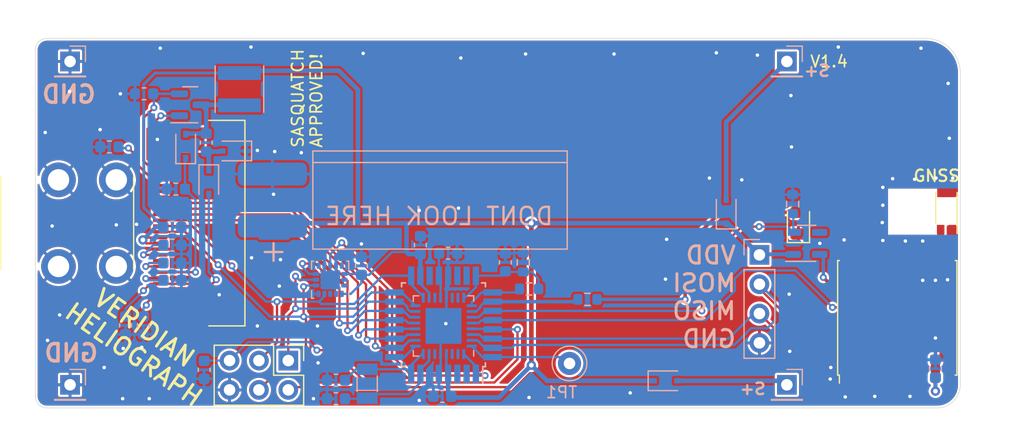
<source format=kicad_pcb>
(kicad_pcb (version 20211014) (generator pcbnew)
  (layers (0 "F.Cu" signal) (31 "B.Cu" signal) (34 "B.Paste" user) (35 "F.Paste" user) (36 "B.SilkS" user "B.Silkscreen") (37 "F.SilkS" user "F.Silkscreen") (38 "B.Mask" user) (39 "F.Mask" user) (44 "Edge.Cuts" user))
  (net 0 "")
  (net 1 "GND")
  (net 2 "Net-(C5-Pad2)")
  (net 3 "GPS_EXINT")
  (net 4 "DISP_CS")
  (net 5 "GPS_UART_MOSI")
  (net 6 "GPS_UART_MISO")
  (net 7 "Net-(D2-Pad2)")
  (net 8 "LED")
  (net 9 "/GPS_RF")
  (net 10 "VBAT")
  (net 19 "RESET")
  (net 26 "SPI_MOSI")
  (net 27 "SPI_CLK")
  (net 28 "SPI_MISO")
  (net 29 "LIS_INT")
  (net 30 "LIS_CS")
  (net 31 "Net-(D1-Pad2)")
  (net 32 "Net-(D3-Pad2)")
  (net 33 "/VCOM")
  (net 34 "/VSL")
  (net 35 "/VSH1")
  (net 36 "/VGL")
  (net 37 "Net-(C22-Pad1)")
  (net 38 "Net-(C22-Pad2)")
  (net 39 "/VGH")
  (net 44 "DISP_BUSY")
  (net 45 "DISP_RES#")
  (net 46 "DISP_DC")
  (net 48 "Net-(C16-Pad1)")
  (net 49 "/VSH2")
  (net 50 "/GDR")
  (net 51 "/RESE")
  (net 57 "TP")
  (net 62 "GPS_EN")
  (net 63 "XTAL2")
  (net 64 "XTAL1")
  (net 65 "AREF")
  (net 67 "NTC_SENSE")
  (net 68 "NTC_EN")
  (net 71 "unconnected-(U3-Pad9)")
  (footprint "Diode_SMD:D_0805_2012Metric" (layer "F.Cu") (at 116 66 90)
    (fp_text reference "D2" hide)
    (fp_text value "LED")
  )
  (footprint "Heliograph:M4_RA_7792" (layer "F.Cu") (at 52 66 -90)
    (fp_text reference "J7" hide)
    (fp_text value "Screw_Terminal_01x01")
  )
  (footprint "Capacitor_SMD:C_0402_1005Metric" (layer "F.Cu") (at 128.6 67.75 180)
    (fp_text reference "C1" hide)
    (fp_text value "3.3pF")
  )
  (footprint "RF_GPS:ublox_MAX" (layer "F.Cu") (at 124.55 74.2 90)
    (fp_text reference "U2" hide)
    (fp_text value "MAX-M10Q")
  )
  (footprint "RF_Antenna:Pulse_W3011" (layer "F.Cu") (at 128.8 64.95 180)
    (fp_text reference "AE1" hide)
    (fp_text value "Antenna_Shield")
  )
  (footprint "Heliograph:ER-CON24HT-1" (layer "F.Cu") (at 62 66 -90)
    (fp_text reference "J1" hide)
    (fp_text value "Conn_01x24_Female")
  )
  (footprint "Connector_PinHeader_2.54mm:PinHeader_2x03_P2.54mm_Vertical" (layer "F.Cu") (at 71.875 77.9 -90)
    (fp_text reference "J4" hide)
    (fp_text value "AVR-ISP-6")
  )
  (footprint "Resistor_SMD:R_0603_1608Metric" (layer "B.Cu") (at 59.4 54.8)
    (fp_text reference "R3" hide)
    (fp_text value "2.2")
  )
  (footprint "Capacitor_SMD:C_0603_1608Metric" (layer "B.Cu") (at 127.85 78.6 -90)
    (fp_text reference "C5" hide)
    (fp_text value "1uF")
  )
  (footprint "Capacitor_SMD:C_0603_1608Metric" (layer "B.Cu") (at 56.4 59.4 180)
    (fp_text reference "C9" hide)
    (fp_text value "1uF")
  )
  (footprint "Capacitor_SMD:C_0603_1608Metric" (layer "B.Cu") (at 62.15 63.05 180)
    (fp_text reference "C20" hide)
    (fp_text value "1uF")
  )
  (footprint "Capacitor_SMD:C_0603_1608Metric" (layer "B.Cu") (at 78.2 69.7 -90)
    (fp_text reference "C26" hide)
    (fp_text value "1uF")
  )
  (footprint "Package_LGA:LGA-16_3x3mm_P0.5mm_LayoutBorder3x5y" (layer "B.Cu") (at 75.5 70.9 90)
    (fp_text reference "U6" hide)
    (fp_text value "LIS3DH" hide)
  )
  (footprint "Resistor_SMD:R_0603_1608Metric" (layer "B.Cu") (at 115.5 64.35 -90)
    (fp_text reference "R7" hide)
    (fp_text value "1M")
  )
  (footprint "Resistor_SMD:R_0603_1608Metric" (layer "B.Cu") (at 92.7 71.7)
    (fp_text reference "TH1" hide)
    (fp_text value "Thermistor_NTC")
  )
  (footprint "Capacitor_SMD:C_0603_1608Metric" (layer "B.Cu") (at 76 81.2 180)
    (fp_text reference "C10" hide)
    (fp_text value "11pF")
  )
  (footprint "Connector_PinHeader_2.54mm:PinHeader_1x01_P2.54mm_Vertical" (layer "B.Cu") (at 53 80 180)
    (fp_text reference "J2" hide)
    (fp_text value "GND")
  )
  (footprint "Package_DFN_QFN:QFN-32-1EP_5x5mm_P0.5mm_EP3.1x3.1mm" (layer "B.Cu") (at 85.3 74.9 90)
    (fp_text reference "U3" hide)
    (fp_text value "ATmega328PB-M")
  )
  (footprint "Package_QFP:TQFP-32_7x7mm_P0.8mm" (layer "B.Cu") (at 85.3 74.8 90)
    (fp_text reference "U4" hide)
    (fp_text value "ATmega328PB-A")
  )
  (footprint "Capacitor_SMD:C_0603_1608Metric" (layer "B.Cu") (at 85.2 81 180)
    (fp_text reference "C14" hide)
    (fp_text value "1uF")
  )
  (footprint "Capacitor_SMD:C_0603_1608Metric" (layer "B.Cu") (at 57.8 74.85 90)
    (fp_text reference "C21" hide)
    (fp_text value "1uF")
  )
  (footprint "Connector_PinHeader_2.54mm:PinHeader_1x01_P2.54mm_Vertical" (layer "B.Cu") (at 53 52 180)
    (fp_text reference "J3" hide)
    (fp_text value "GND")
  )
  (footprint "Capacitor_SMD:C_0603_1608Metric" (layer "B.Cu") (at 83.3 67.9 90)
    (fp_text reference "C17" hide)
    (fp_text value "1uF")
  )
  (footprint "Capacitor_SMD:C_0603_1608Metric" (layer "B.Cu") (at 61.85 70.95)
    (fp_text reference "C3" hide)
    (fp_text value "1uF")
  )
  (footprint "Capacitor_SMD:C_0603_1608Metric" (layer "B.Cu") (at 64.78 59.025 -90)
    (fp_text reference "C22" hide)
    (fp_text value "1uF")
  )
  (footprint "Diode_SMD:D_SOD-323" (layer "B.Cu") (at 104.5 79.65)
    (fp_text reference "D1" hide)
    (fp_text value "B0530WS-TP")
  )
  (footprint "Heliograph:TPLC3R8-25MR8X20" (layer "B.Cu") (at 74 64)
    (fp_text reference "C8" hide)
    (fp_text value "25F")
  )
  (footprint "Capacitor_SMD:C_0603_1608Metric" (layer "B.Cu") (at 85.7 68.6)
    (fp_text reference "C19" hide)
    (fp_text value "1nF")
  )
  (footprint "Capacitor_SMD:C_0603_1608Metric" (layer "B.Cu") (at 59.35 74.85 -90)
    (fp_text reference "C2" hide)
    (fp_text value "1uF")
  )
  (footprint "Diode_SMD:D_SOD-323" (layer "B.Cu") (at 65 62.45 -90)
    (fp_text reference "D5" hide)
    (fp_text value "B0530WS-TP")
  )
  (footprint "Package_TO_SOT_SMD:SOT-23-5" (layer "B.Cu") (at 116.7 67.75)
    (fp_text reference "U1" hide)
    (fp_text value "MAX40200AUK")
  )
  (footprint "Capacitor_SMD:C_0603_1608Metric" (layer "B.Cu") (at 61.85 67.9)
    (fp_text reference "C16" hide)
    (fp_text value "1uF")
  )
  (footprint "Diode_SMD:D_SOD-323" (layer "B.Cu") (at 109.75 65 90)
    (fp_text reference "D3" hide)
    (fp_text value "B0530WS-TP")
  )
  (footprint "Diode_SMD:D_SOD-323" (layer "B.Cu") (at 63 59.35 90)
    (fp_text reference "D4" hide)
    (fp_text value "B0530WS-TP")
  )
  (footprint "Capacitor_SMD:C_0603_1608Metric" (layer "B.Cu") (at 90.65 69.4 90)
    (fp_text reference "C7" hide)
    (fp_text value "1nF")
  )
  (footprint "Capacitor_SMD:C_0603_1608Metric" (layer "B.Cu") (at 64.6 78.7 90)
    (fp_text reference "C18" hide)
    (fp_text value "1uF")
  )
  (footprint "Capacitor_SMD:C_0603_1608Metric" (layer "B.Cu") (at 61.85 69.45)
    (fp_text reference "C6" hide)
    (fp_text value "1uF")
  )
  (footprint "Connector_PinHeader_2.54mm:PinHeader_1x01_P2.54mm_Vertical" (layer "B.Cu") (at 115 52 180)
    (fp_text reference "J6" hide)
    (fp_text value "Solar1+")
  )
  (footprint "Resistor_SMD:R_0603_1608Metric" (layer "B.Cu") (at 97.75 72.6 180)
    (fp_text reference "R2" hide)
    (fp_text value "100")
  )
  (footprint "Capacitor_SMD:C_0603_1608Metric" (layer "B.Cu") (at 76 79.6 180)
    (fp_text reference "C4" hide)
    (fp_text value "11pF")
  )
  (footprint "Connector_PinHeader_2.54mm:PinHeader_1x01_P2.54mm_Vertical" (layer "B.Cu") (at 115 80 180)
    (fp_text reference "J5" hide)
    (fp_text value "Solar2+")
  )
  (footprint "Connector_PinSocket_2.54mm:PinSocket_1x04_P2.54mm_Vertical" (layer "B.Cu") (at 112.625 68.75 180)
    (fp_text reference "J8" hide)
    (fp_text value "Conn_01x04_Male")
  )
  (footprint "Diode_SMD:D_SOD-323" (layer "B.Cu") (at 67.2 59.75 180)
    (fp_text reference "D6" hide)
    (fp_text value "B0530WS-TP")
  )
  (footprint "Inductor_SMD:L_Taiyo-Yuden_NR-40xx" (layer "B.Cu") (at 67.65 54.4 -90)
    (fp_text reference "L1" hide)
    (fp_text value "47uH")
  )
  (footprint "Resistor_SMD:R_0603_1608Metric" (layer "B.Cu") (at 92.2 69.4 -90)
    (fp_text reference "R1" hide)
    (fp_text value "10k")
  )
  (footprint "Package_TO_SOT_SMD:SOT-23" (layer "B.Cu") (at 63.4 55.75)
    (fp_text reference "Q1" hide)
    (fp_text value "Q_NMOS_GSD")
  )
  (footprint "Crystal:Crystal_SMD_3215-2Pin_3.2x1.5mm" (layer "B.Cu") (at 78.7 79.9 -90)
    (fp_text reference "Y1" hide)
    (fp_text value "32.768")
  )
  (footprint "Capacitor_SMD:C_0603_1608Metric" (layer "B.Cu") (at 61.85 66.35 180)
    (fp_text reference "C15" hide)
    (fp_text value "1uF")
  )
  (footprint "TestPoint:TestPoint_Loop_D2.50mm_Drill1.0mm_LowProfile" (layer "B.Cu") (at 96.2 78.15 180)
    (fp_text reference "TP1")
    (fp_text value "TestPoint")
  )
  (gr_arc (start 127 50) (mid 129.12132 50.87868) (end 130 53) (layer "Edge.Cuts") (width 0.05))
  (gr_line (start 130 53) (end 130 80) (layer "Edge.Cuts") (width 0.05))
  (gr_arc (start 50 51) (mid 50.292894 50.292894) (end 51 50) (layer "Edge.Cuts") (width 0.05))
  (gr_line (start 128 82) (end 51 82) (layer "Edge.Cuts") (width 0.05))
  (gr_arc (start 51 82) (mid 50.292894 81.707106) (end 50 81) (layer "Edge.Cuts") (width 0.05))
  (gr_arc (start 130 80) (mid 129.414214 81.414214) (end 128 82) (layer "Edge.Cuts") (width 0.05))
  (gr_line (start 50 51) (end 50 81) (layer "Edge.Cuts") (width 0.05))
  (gr_line (start 51 50) (end 127 50) (layer "Edge.Cuts") (width 0.05))
  (gr_text "GND" (at 53.1 77.25) (layer "B.SilkS") (effects (font (size 1.5 1.5) (thickness 0.3)) (justify mirror)))
  (gr_text "S+" (at 117.6 52.8) (layer "B.SilkS") (effects (font (size 1 1) (thickness 0.2)) (justify mirror)))
  (gr_text "S+" (at 112.05 80.35) (layer "B.SilkS") (effects (font (size 1 1) (thickness 0.2)) (justify mirror)))
  (gr_text "GND" (at 52.9 54.85) (layer "B.SilkS") (effects (font (size 1.5 1.5) (thickness 0.3)) (justify mirror)))
  (gr_text "DONT LOOK HERE " (at 84.35 65.4) (layer "B.SilkS") (effects (font (size 1.5 1.5) (thickness 0.2)) (justify mirror)))
  (gr_text "VDD\nMOSI\nMISO\nGND" (at 110.725 72.4) (layer "B.SilkS") (effects (font (size 1.5 1.5) (thickness 0.25)) (justify left mirror)))
  (gr_text "V1.4" (at 118.65 52) (layer "F.SilkS") (effects (font (size 1 1))))
  (gr_text "VERIDIAN \nHELIOGRAPH" (at 59.2 76.4 325) (layer "F.SilkS") (effects (font (size 1.5 1.5) (thickness 0.25))))
  (gr_text "SASQUATCH \nAPPROVED!" (at 73.5 59.55 90) (layer "F.SilkS") (effects (font (size 1 1)) (justify left)))
  (gr_text "GNSS" (at 127.95 61.9) (layer "F.SilkS") (effects (font (size 1 1) (thickness 0.18))))
  (via (at 55.95 78.5) (size 0.6) (drill 0.3) (layers "F.Cu" "B.Cu") (net 1))
  (via (at 117.85 67.75) (size 0.6) (drill 0.3) (layers "F.Cu" "B.Cu") (net 1))
  (via (at 123.3 64.45) (size 0.6) (drill 0.3) (layers "F.Cu" "B.Cu") (net 1))
  (via (at 128.95 53.9) (size 0.6) (drill 0.3) (layers "F.Cu" "B.Cu") (net 1))
  (via (at 70.6 63.5) (size 0.6) (drill 0.3) (layers "F.Cu" "B.Cu") (net 1))
  (via (at 119.95 67.45) (size 0.6) (drill 0.3) (layers "F.Cu" "B.Cu") (net 1))
  (via (at 112.45 51.45) (size 0.6) (drill 0.3) (layers "F.Cu" "B.Cu") (net 1))
  (via (at 68.65 50.75) (size 0.6) (drill 0.3) (layers "F.Cu" "B.Cu") (net 1))
  (via (at 73 59.9) (size 0.6) (drill 0.3) (layers "F.Cu" "B.Cu") (net 1))
  (via (at 127.85 75.95) (size 0.6) (drill 0.3) (layers "F.Cu" "B.Cu") (net 1))
  (via (at 115.35 54.95) (size 0.6) (drill 0.3) (layers "F.Cu" "B.Cu") (net 1))
  (via (at 86.6 64.7) (size 0.6) (drill 0.3) (layers "F.Cu" "B.Cu") (net 1))
  (via (at 92.4 51.35) (size 0.6) (drill 0.3) (layers "F.Cu" "B.Cu") (net 1))
  (via (at 126.05 62.2) (size 0.6) (drill 0.3) (layers "F.Cu" "B.Cu") (net 1))
  (via (at 111.1 62.25) (size 0.6) (drill 0.3) (layers "F.Cu" "B.Cu") (net 1))
  (via (at 83.2 64.9) (size 0.6) (drill 0.3) (layers "F.Cu" "B.Cu") (net 1))
  (via (at 69.2 74.9) (size 0.6) (drill 0.3) (layers "F.Cu" "B.Cu") (net 1))
  (via (at 74.05 81.2) (size 0.6) (drill 0.3) (layers "F.Cu" "B.Cu") (net 1))
  (via (at 118.75 79.5) (size 0.6) (drill 0.3) (layers "F.Cu" "B.Cu") (net 1))
  (via (at 119.45 50.75) (size 0.6) (drill 0.3) (layers "F.Cu" "B.Cu") (net 1))
  (via (at 59.2 76.75) (size 0.6) (drill 0.3) (layers "F.Cu" "B.Cu") (net 1))
  (via (at 85.5 74.7) (size 0.6) (drill 0.3) (layers "F.Cu" "B.Cu") (net 1))
  (via (at 92.7 81.1) (size 0.6) (drill 0.3) (layers "F.Cu" "B.Cu") (net 1))
  (via (at 126.75 70.95) (size 0.6) (drill 0.3) (layers "F.Cu" "B.Cu") (net 1))
  (via (at 52.95 54.6) (size 0.6) (drill 0.3) (layers "F.Cu" "B.Cu") (net 1))
  (via (at 125.25 67.55) (size 0.6) (drill 0.3) (layers "F.Cu" "B.Cu") (net 1))
  (via (at 51.05 76.15) (size 0.6) (drill 0.3) (layers "F.Cu" "B.Cu") (net 1))
  (via (at 122.6 81) (size 0.6) (drill 0.3) (layers "F.Cu" "B.Cu") (net 1))
  (via (at 60.55 58.75) (size 0.6) (drill 0.3) (layers "F.Cu" "B.Cu") (net 1))
  (via (at 104.6 67.4) (size 0.6) (drill 0.3) (layers "F.Cu" "B.Cu") (net 1))
  (via (at 59.85 81.2) (size 0.6) (drill 0.3) (layers "F.Cu" "B.Cu") (net 1))
  (via (at 128.9 70.9) (size 0.6) (drill 0.3) (layers "F.Cu" "B.Cu") (net 1))
  (via (at 127.85 70.95) (size 0.6) (drill 0.3) (layers "F.Cu" "B.Cu") (net 1))
  (via (at 74.45 78.1) (size 0.6) (drill 0.3) (layers "F.Cu" "B.Cu") (net 1))
  (via (at 125.65 81) (size 0.6) (drill 0.3) (layers "F.Cu" "B.Cu") (net 1))
  (via (at 57.35 54.8) (size 0.6) (drill 0.3) (layers "F.Cu" "B.Cu") (net 1))
  (via (at 57.55 81.2) (size 0.6) (drill 0.3) (layers "F.Cu" "B.Cu") (net 1))
  (via (at 100.05 51.35) (size 0.6) (drill 0.3) (layers "F.Cu" "B.Cu") (net 1))
  (via (at 83.2 81.35) (size 0.6) (drill 0.3) (layers "F.Cu" "B.Cu") (net 1))
  (via (at 55.6 57.9) (size 0.6) (drill 0.3) (layers "F.Cu" "B.Cu") (net 1))
  (via (at 126.75 67.55) (size 0.6) (drill 0.3) (layers "F.Cu" "B.Cu") (net 1))
  (via (at 123.3 62.9) (size 0.6) (drill 0.3) (layers "F.Cu" "B.Cu") (net 1))
  (via (at 51.45 66.25) (size 0.6) (drill 0.3) (layers "F.Cu" "B.Cu") (net 1))
  (via (at 126.6 50.85) (size 0.6) (drill 0.3) (layers "F.Cu" "B.Cu") (net 1))
  (via (at 74.4 74.9) (size 0.6) (drill 0.3) (layers "F.Cu" "B.Cu") (net 1))
  (via (at 115.2 72.15) (size 0.6) (drill 0.3) (layers "F.Cu" "B.Cu") (net 1))
  (via (at 71.2 69.1595) (size 0.6) (drill 0.3) (layers "F.Cu" "B.Cu") (net 1))
  (via (at 50.85 58.15) (size 0.6) (drill 0.3) (layers "F.Cu" "B.Cu") (net 1))
  (via (at 58.75 66.1) (size 0.6) (drill 0.3) (layers "F.Cu" "B.Cu") (net 1))
  (via (at 78.35 51.3) (size 0.6) (drill 0.3) (layers "F.Cu" "B.Cu") (net 1))
  (via (at 68.7 69) (size 0.6) (drill 0.3) (layers "F.Cu" "B.Cu") (net 1))
  (via (at 65.9 72.2) (size 0.6) (drill 0.3) (layers "F.Cu" "B.Cu") (net 1))
  (via (at 115.25 77.1) (size 0.6) (drill 0.3) (layers "F.Cu" "B.Cu") (net 1))
  (via (at 86.8 51.7) (size 0.6) (drill 0.3) (layers "F.Cu" "B.Cu") (net 1))
  (via (at 108.9 51.25) (size 0.6) (drill 0.3) (layers "F.Cu" "B.Cu") (net 1))
  (via (at 123.3 67.5) (size 0.6) (drill 0.3) (layers "F.Cu" "B.Cu") (net 1))
  (via (at 57 66.15) (size 0.6) (drill 0.3) (layers "F.Cu" "B.Cu") (net 1))
  (via (at 118.8 78.5) (size 0.6) (drill 0.3) (layers "F.Cu" "B.Cu") (net 1))
  (via (at 57.6 76.85) (size 0.6) (drill 0.3) (layers "F.Cu" "B.Cu") (net 1))
  (via (at 129.35 62.1) (size 0.6) (drill 0.3) (layers "F.Cu" "B.Cu") (net 1))
  (via (at 69.2 59.7) (size 0.6) (drill 0.3) (layers "F.Cu" "B.Cu") (net 1))
  (via (at 115.4 59.4) (size 0.6) (drill 0.3) (layers "F.Cu" "B.Cu") (net 1))
  (via (at 129.05 58.65) (size 0.6) (drill 0.3) (layers "F.Cu" "B.Cu") (net 1))
  (via (at 127.9 62.1) (size 0.6) (drill 0.3) (layers "F.Cu" "B.Cu") (net 1))
  (via (at 124.15 62.15) (size 0.6) (drill 0.3) (layers "F.Cu" "B.Cu") (net 1))
  (via (at 104.5 70.85) (size 0.6) (drill 0.3) (layers "F.Cu" "B.Cu") (net 1))
  (via (at 52.1 73.95) (size 0.6) (drill 0.3) (layers "F.Cu" "B.Cu") (net 1))
  (via (at 71.1 71.45) (size 0.6) (drill 0.3) (layers "F.Cu" "B.Cu") (net 1))
  (via (at 60.8 50.85) (size 0.6) (drill 0.3) (layers "F.Cu" "B.Cu") (net 1))
  (via (at 123.25 65.95) (size 0.6) (drill 0.3) (layers "F.Cu" "B.Cu") (net 1))
  (via (at 78.2 67.8) (size 0.6) (drill 0.3) (layers "F.Cu" "B.Cu") (net 1))
  (via (at 120.05 81.05) (size 0.6) (drill 0.3) (layers "F.Cu" "B.Cu") (net 1))
  (via (at 101.45 80.7) (size 0.6) (drill 0.3) (layers "F.Cu" "B.Cu") (net 1))
  (via (at 108.3 62.1) (size 0.6) (drill 0.3) (layers "F.Cu" "B.Cu") (net 1))
  (via (at 70.7 59.8) (size 0.6) (drill 0.3) (layers "F.Cu" "B.Cu") (net 1))
  (segment (start 85.05 77.3375) (end 85.05 75.15) (width 0.2) (layer "B.Cu") (net 1))
  (segment (start 85.05 78.9) (end 84.9 79.05) (width 0.2) (layer "B.Cu") (net 1))
  (segment (start 85.5 74.7) (end 85.3 74.9) (width 0.2) (layer "B.Cu") (net 1))
  (segment (start 85.05 75.15) (end 85.3 74.9) (width 0.2) (layer "B.Cu") (net 1))
  (segment (start 85.55 70.7) (end 85.7 70.55) (width 0.2) (layer "B.Cu") (net 1))
  (segment (start 85.55 74.65) (end 85.5 74.7) (width 0.2) (layer "B.Cu") (net 1))
  (segment (start 85.55 72.4625) (end 85.55 74.65) (width 0.2) (layer "B.Cu") (net 1))
  (segment (start 85.55 72.4625) (end 85.55 70.7) (width 0.2) (layer "B.Cu") (net 1))
  (segment (start 85.05 77.3375) (end 85.05 78.9) (width 0.2) (layer "B.Cu") (net 1))
  (segment (start 125.65 78.95) (end 125.65 74.9) (width 0.3) (layer "F.Cu") (net 2))
  (segment (start 126.8 79) (end 126.75 78.95) (width 0.35) (layer "F.Cu") (net 2))
  (segment (start 127.85 78.95) (end 127.85 77.1) (width 0.3) (layer "F.Cu") (net 2))
  (segment (start 127.85 77.1) (end 126.75 76) (width 0.3) (layer "F.Cu") (net 2))
  (segment (start 122.9 72.15) (end 125.65 74.9) (width 0.3) (layer "F.Cu") (net 2))
  (segment (start 126.75 76) (end 125.65 74.9) (width 0.3) (layer "F.Cu") (net 2))
  (segment (start 119.6 72.15) (end 122.9 72.15) (width 0.3) (layer "F.Cu") (net 2))
  (segment (start 126.75 78.95) (end 126.75 76) (width 0.3) (layer "F.Cu") (net 2))
  (segment (start 118.15 70.7) (end 119.6 72.15) (width 0.3) (layer "F.Cu") (net 2))
  (segment (start 127.85 80.55) (end 127.85 78.95) (width 0.35) (layer "F.Cu") (net 2))
  (via (at 118.15 70.7) (size 0.6) (drill 0.3) (layers "F.Cu" "B.Cu") (net 2))
  (via (at 127.85 80.55) (size 0.8) (drill 0.4) (layers "F.Cu" "B.Cu") (net 2))
  (segment (start 117.8375 68.7) (end 118.15 69.0125) (width 0.3) (layer "B.Cu") (net 2))
  (segment (start 118.15 69.0125) (end 118.15 70.7) (width 0.3) (layer "B.Cu") (net 2))
  (segment (start 127.85 80.55) (end 127.85 79.375) (width 0.35) (layer "B.Cu") (net 2))
  (segment (start 124.55 76.1) (end 121.75 73.3) (width 0.2) (layer "F.Cu") (net 3))
  (segment (start 124.55 78.95) (end 124.55 76.1) (width 0.2) (layer "F.Cu") (net 3))
  (segment (start 121.75 73.3) (end 118.95 73.3) (width 0.2) (layer "F.Cu") (net 3))
  (via (at 118.95 73.3) (size 0.6) (drill 0.3) (layers "F.Cu" "B.Cu") (net 3))
  (segment (start 107.945913 74.4) (end 110.5 71.845913) (width 0.2) (layer "B.Cu") (net 3))
  (segment (start 111.2 70.1) (end 115.75 70.1) (width 0.2) (layer "B.Cu") (net 3))
  (segment (start 89.55 74.4) (end 107.945913 74.4) (width 0.2) (layer "B.Cu") (net 3))
  (segment (start 88.35 74.65) (end 87.7375 74.65) (width 0.2) (layer "B.Cu") (net 3))
  (segment (start 88.6 74.4) (end 88.35 74.65) (width 0.2) (layer "B.Cu") (net 3))
  (segment (start 89.55 74.4) (end 88.6 74.4) (width 0.2) (layer "B.Cu") (net 3))
  (segment (start 115.75 70.1) (end 118.95 73.3) (width 0.2) (layer "B.Cu") (net 3))
  (segment (start 110.5 71.845913) (end 110.5 70.8) (width 0.2) (layer "B.Cu") (net 3))
  (segment (start 110.5 70.8) (end 111.2 70.1) (width 0.2) (layer "B.Cu") (net 3))
  (segment (start 71.75 65.75) (end 60.8 65.75) (width 0.2) (layer "F.Cu") (net 4))
  (segment (start 77 71) (end 71.75 65.75) (width 0.2) (layer "F.Cu") (net 4))
  (segment (start 77 75.3) (end 77 71) (width 0.2) (layer "F.Cu") (net 4))
  (via (at 77 75.3) (size 0.6) (drill 0.3) (layers "F.Cu" "B.Cu") (net 4))
  (segment (start 78.208438 74.4) (end 81.05 74.4) (width 0.2) (layer "B.Cu") (net 4))
  (segment (start 82.8625 74.65) (end 82.25 74.65) (width 0.2) (layer "B.Cu") (net 4))
  (segment (start 82 74.4) (end 81.05 74.4) (width 0.2) (layer "B.Cu") (net 4))
  (segment (start 77 75.3) (end 77.308438 75.3) (width 0.2) (layer "B.Cu") (net 4))
  (segment (start 77.308438 75.3) (end 78.208438 74.4) (width 0.2) (layer "B.Cu") (net 4))
  (segment (start 82.25 74.65) (end 82 74.4) (width 0.2) (layer "B.Cu") (net 4))
  (segment (start 112.625 71.29) (end 112.625 71.6575) (width 0.2) (layer "F.Cu") (net 5))
  (segment (start 115.7175 74.75) (end 120.1 74.75) (width 0.2) (layer "F.Cu") (net 5))
  (segment (start 120.1 74.75) (end 122.35 77) (width 0.2) (layer "F.Cu") (net 5))
  (segment (start 112.625 71.6575) (end 115.7175 74.75) (width 0.2) (layer "F.Cu") (net 5))
  (segment (start 122.35 77) (end 122.35 78.95) (width 0.2) (layer "F.Cu") (net 5))
  (segment (start 91.45 76.55) (end 110.45 76.55) (width 0.2) (layer "B.Cu") (net 5))
  (segment (start 114 72.665) (end 112.625 71.29) (width 0.2) (layer "B.Cu") (net 5))
  (segment (start 88.880405 76.8) (end 89.55 76.8) (width 0.2) (layer "B.Cu") (net 5))
  (segment (start 113.3 75.1) (end 114 74.4) (width 0.2) (layer "B.Cu") (net 5))
  (segment (start 110.45 76.55) (end 111.9 75.1) (width 0.2) (layer "B.Cu") (net 5))
  (segment (start 111.9 75.1) (end 113.3 75.1) (width 0.2) (layer "B.Cu") (net 5))
  (segment (start 114 74.4) (end 114 72.665) (width 0.2) (layer "B.Cu") (net 5))
  (segment (start 91.2 76.8) (end 91.45 76.55) (width 0.2) (layer "B.Cu") (net 5))
  (segment (start 89.55 76.8) (end 91.2 76.8) (width 0.2) (layer "B.Cu") (net 5))
  (segment (start 88.230405 76.15) (end 88.880405 76.8) (width 0.2) (layer "B.Cu") (net 5))
  (segment (start 87.7375 76.15) (end 88.230405 76.15) (width 0.2) (layer "B.Cu") (net 5))
  (segment (start 121.25 78.95) (end 121.25 77.9) (width 0.2) (layer "F.Cu") (net 6))
  (segment (start 114.445 75.65) (end 112.625 73.83) (width 0.2) (layer "F.Cu") (net 6))
  (segment (start 119 75.65) (end 114.445 75.65) (width 0.2) (layer "F.Cu") (net 6))
  (segment (start 121.25 77.9) (end 119 75.65) (width 0.2) (layer "F.Cu") (net 6))
  (segment (start 87.7375 75.65) (end 88.405978 75.65) (width 0.2) (layer "B.Cu") (net 6))
  (segment (start 89.55 76) (end 109.9775 76) (width 0.2) (layer "B.Cu") (net 6))
  (segment (start 88.405978 75.65) (end 88.755978 76) (width 0.2) (layer "B.Cu") (net 6))
  (segment (start 112.1475 73.83) (end 112.625 73.83) (width 0.2) (layer "B.Cu") (net 6))
  (segment (start 109.9775 76) (end 112.1475 73.83) (width 0.2) (layer "B.Cu") (net 6))
  (segment (start 88.755978 76) (end 89.55 76) (width 0.2) (layer "B.Cu") (net 6))
  (segment (start 109.2375 65.0625) (end 116 65.0625) (width 0.3) (layer "F.Cu") (net 7))
  (segment (start 106.2 68.1) (end 109.2375 65.0625) (width 0.3) (layer "F.Cu") (net 7))
  (segment (start 106.2 72.6) (end 106.2 68.1) (width 0.3) (layer "F.Cu") (net 7))
  (via (at 106.2 72.6) (size 0.6) (drill 0.3) (layers "F.Cu" "B.Cu") (net 7))
  (segment (start 98.575 72.6) (end 106.2 72.6) (width 0.3) (layer "B.Cu") (net 7))
  (segment (start 88.865489 72.8) (end 89.55 72.8) (width 0.2) (layer "B.Cu") (net 8))
  (segment (start 88.490489 73.289916) (end 88.490489 73.175) (width 0.2) (layer "B.Cu") (net 8))
  (segment (start 88.490489 73.175) (end 88.865489 72.8) (width 0.2) (layer "B.Cu") (net 8))
  (segment (start 88.130405 73.65) (end 88.490489 73.289916) (width 0.2) (layer "B.Cu") (net 8))
  (segment (start 87.7375 73.65) (end 88.130405 73.65) (width 0.2) (layer "B.Cu") (net 8))
  (segment (start 89.55 72.8) (end 96.725 72.8) (width 0.3) (layer "B.Cu") (net 8))
  (segment (start 96.725 72.8) (end 96.925 72.6) (width 0.3) (layer "B.Cu") (net 8))
  (segment (start 72.115 80.2) (end 91 80.2) (width 0.2) (layer "F.Cu") (net 10))
  (segment (start 59.6 67.75) (end 59.3 67.45) (width 0.2) (layer "F.Cu") (net 10))
  (segment (start 71.875 80.44) (end 72.115 80.2) (width 0.2) (layer "F.Cu") (net 10))
  (segment (start 60.8 67.75) (end 59.6 67.75) (width 0.2) (layer "F.Cu") (net 10))
  (segment (start 92.9 78.3) (end 92.9 66) (width 0.4) (layer "F.Cu") (net 10))
  (segment (start 91 80.2) (end 92.9 78.3) (width 0.2) (layer "F.Cu") (net 10))
  (segment (start 60.8 67.25) (end 59.5 67.25) (width 0.2) (layer "F.Cu") (net 10))
  (segment (start 59.5 67.25) (end 59.3 67.45) (width 0.2) (layer "F.Cu") (net 10))
  (via (at 92.9 66) (size 0.8) (drill 0.4) (layers "F.Cu" "B.Cu") (net 10))
  (via (at 59.3 67.45) (size 0.8) (drill 0.4) (layers "F.Cu" "B.Cu") (net 10))
  (via (at 92.9 78.3) (size 0.8) (drill 0.4) (layers "F.Cu" "B.Cu") (net 10))
  (segment (start 61.075 66.35) (end 59.37452 64.64952) (width 0.25) (layer "B.Cu") (net 10))
  (segment (start 82.1 66) (end 82.1 68.5) (width 0.4) (layer "B.Cu") (net 10))
  (segment (start 85.7 79.05) (end 85.55 78.9) (width 0.2) (layer "B.Cu") (net 10))
  (segment (start 90.1 81.1) (end 86.075 81.1) (width 0.4) (layer "B.Cu") (net 10))
  (segment (start 77.275 72.125) (end 78.2 71.2) (width 0.2) (layer "B.Cu") (net 10))
  (segment (start 92.9 78.3) (end 90.1 81.1) (width 0.4) (layer "B.Cu") (net 10))
  (segment (start 92.9 66) (end 109.875 66) (width 0.4) (layer "B.Cu") (net 10))
  (segment (start 61.075 66.35) (end 60.4 66.35) (width 0.35) (layer "B.Cu") (net 10))
  (segment (start 78.1 66) (end 82.1 66) (width 0.4) (layer "B.Cu") (net 10))
  (segment (start 67.85 52.8) (end 67.65 53) (width 0.4) (layer "B.Cu") (net 10))
  (segment (start 60.4 66.35) (end 59.3 67.45) (width 0.35) (layer "B.Cu") (net 10))
  (segment (start 85.7 79.05) (end 85.7 80.775) (width 0.4) (layer "B.Cu") (net 10))
  (segment (start 85.55 78.9) (end 85.55 77.2375) (width 0.2) (layer "B.Cu") (net 10))
  (segment (start 78.2 70.475) (end 78.875 70.475) (width 0.2) (layer "B.Cu") (net 10))
  (segment (start 60.35 53) (end 67.65 53) (width 0.25) (layer "B.Cu") (net 10))
  (segment (start 92.9 66) (end 90 66) (width 0.4) (layer "B.Cu") (net 10))
  (segment (start 83.3 70.55) (end 83.3 68.675) (width 0.4) (layer "B.Cu") (net 10))
  (segment (start 59.37452 53.97548) (end 60.35 53) (width 0.25) (layer "B.Cu") (net 10))
  (segment (start 59.37452 64.64952) (end 59.37452 53.97548) (width 0.25) (layer "B.Cu") (net 10))
  (segment (start 69.5 67.25) (end 71.8 67.25) (width 0.4) (layer "B.Cu") (net 10))
  (segment (start 82.275 68.675) (end 83.3 68.675) (width 0.4) (layer "B.Cu") (net 10))
  (segment (start 103.45 79.65) (end 94.25 79.65) (width 0.4) (layer "B.Cu") (net 10))
  (segment (start 76.725 70.4) (end 78.125 70.4) (width 0.2) (layer "B.Cu") (net 10))
  (segment (start 80.85 68.5) (end 82.1 68.5) (width 0.2) (layer "B.Cu") (net 10))
  (segment (start 109.875 66) (end 112.625 68.75) (width 0.4) (layer "B.Cu") (net 10))
  (segment (start 84.05 72.013027) (end 83.3 71.263027) (width 0.2) (layer "B.Cu") (net 10))
  (segment (start 73.05 66) (end 78.1 66) (width 0.4) (layer "B.Cu") (net 10))
  (segment (start 94.25 79.65) (end 92.9 78.3) (width 0.4) (layer "B.Cu") (net 10))
  (segment (start 76.25 52.8) (end 67.85 52.8) (width 0.4) (layer "B.Cu") (net 10))
  (segment (start 78.875 70.475) (end 80.85 68.5) (width 0.2) (layer "B.Cu") (net 10))
  (segment (start 78.125 70.4) (end 78.2 70.475) (width 0.2) (layer "B.Cu") (net 10))
  (segment (start 83.3 71.263027) (end 83.3 70.55) (width 0.2) (layer "B.Cu") (net 10))
  (segment (start 112.675 68.7) (end 112.625 68.75) (width 0.35) (layer "B.Cu") (net 10))
  (segment (start 77.9 54.45) (end 77.9 65.8) (width 0.4) (layer "B.Cu") (net 10))
  (segment (start 77.9 65.8) (end 78.1 66) (width 0.4) (layer "B.Cu") (net 10))
  (segment (start 76.5 72.125) (end 77.275 72.125) (width 0.2) (layer "B.Cu") (net 10))
  (segment (start 115.5625 68.7) (end 112.675 68.7) (width 0.35) (layer "B.Cu") (net 10))
  (segment (start 78.2 71.2) (end 78.2 70.475) (width 0.2) (layer "B.Cu") (net 10))
  (segment (start 82.1 68.5) (end 82.275 68.675) (width 0.4) (layer "B.Cu") (net 10))
  (segment (start 84.05 72.4625) (end 84.05 72.013027) (width 0.2) (layer "B.Cu") (net 10))
  (segment (start 82.1 66) (end 90 66) (width 0.4) (layer "B.Cu") (net 10))
  (segment (start 71.8 67.25) (end 73.05 66) (width 0.4) (layer "B.Cu") (net 10))
  (segment (start 77.9 54.45) (end 76.25 52.8) (width 0.4) (layer "B.Cu") (net 10))
  (segment (start 86.075 81.1) (end 85.975 81) (width 0.4) (layer "B.Cu") (net 10))
  (segment (start 75.75 77) (end 78.55 79.8) (width 0.2) (layer "F.Cu") (net 19))
  (segment (start 89.7 79.8) (end 91.7 77.8) (width 0.2) (layer "F.Cu") (net 19))
  (segment (start 91.7 77.8) (end 91.7 75.2) (width 0.2) (layer "F.Cu") (net 19))
  (segment (start 78.55 79.8) (end 89.7 79.8) (width 0.2) (layer "F.Cu") (net 19))
  (segment (start 74.35 77) (end 75.75 77) (width 0.2) (layer "F.Cu") (net 19))
  (via (at 91.7 75.2) (size 0.6) (drill 0.3) (layers "F.Cu" "B.Cu") (net 19))
  (via (at 74.35 77) (size 0.6) (drill 0.3) (layers "F.Cu" "B.Cu") (net 19))
  (segment (start 64.6 77.925) (end 64.625 77.9) (width 0.2) (layer "B.Cu") (net 19))
  (segment (start 68.395 76.3) (end 66.795 77.9) (width 0.2) (layer "B.Cu") (net 19))
  (segment (start 87.7375 75.15) (end 89.5 75.15) (width 0.2) (layer "B.Cu") (net 19))
  (segment (start 74.35 77) (end 73.65 76.3) (width 0.2) (layer "B.Cu") (net 19))
  (segment (start 89.55 75.2) (end 91.7 75.2) (width 0.2) (layer "B.Cu") (net 19))
  (segment (start 89.5 75.15) (end 89.55 75.2) (width 0.2) (layer "B.Cu") (net 19))
  (segment (start 73.65 76.3) (end 68.395 76.3) (width 0.2) (layer "B.Cu") (net 19))
  (segment (start 64.625 77.9) (end 66.795 77.9) (width 0.2) (layer "B.Cu") (net 19))
  (segment (start 62.95 66.75) (end 65.8 69.6) (width 0.2) (layer "F.Cu") (net 26))
  (segment (start 72.9 79.2) (end 73.4 78.7) (width 0.2) (layer "F.Cu") (net 26))
  (segment (start 70.575 79.2) (end 72.9 79.2) (width 0.2) (layer "F.Cu") (net 26))
  (segment (start 73.4 74.3) (end 73.2 74.1) (width 0.2) (layer "F.Cu") (net 26))
  (segment (start 73.4 78.7) (end 73.4 74.3) (width 0.2) (layer "F.Cu") (net 26))
  (segment (start 60.8 66.75) (end 62.95 66.75) (width 0.2) (layer "F.Cu") (net 26))
  (segment (start 73.2 74.1) (end 73.2 71.5) (width 0.2) (layer "F.Cu") (net 26))
  (segment (start 69.335 80.44) (end 70.575 79.2) (width 0.2) (layer "F.Cu") (net 26))
  (via (at 73.2 71.5) (size 0.6) (drill 0.3) (layers "F.Cu" "B.Cu") (net 26))
  (via (at 73.2 74.1) (size 0.6) (drill 0.3) (layers "F.Cu" "B.Cu") (net 26))
  (via (at 65.8 69.6) (size 0.6) (drill 0.3) (layers "F.Cu" "B.Cu") (net 26))
  (segment (start 81.719595 72.8) (end 81.05 72.8) (width 0.2) (layer "B.Cu") (net 26))
  (segment (start 73.2 74.1) (end 70.3 74.1) (width 0.2) (layer "B.Cu") (net 26))
  (segment (start 78.791574 72.8) (end 81.05 72.8) (width 0.2) (layer "B.Cu") (net 26))
  (segment (start 70.3 74.1) (end 65.8 69.6) (width 0.2) (layer "B.Cu") (net 26))
  (segment (start 82.16548 73.245885) (end 81.719595 72.8) (width 0.2) (layer "B.Cu") (net 26))
  (segment (start 82.409797 73.65) (end 82.16548 73.405683) (width 0.2) (layer "B.Cu") (net 26))
  (segment (start 74.275 71.4) (end 73.3 71.4) (width 0.2) (layer "B.Cu") (net 26))
  (segment (start 82.16548 73.405683) (end 82.16548 73.245885) (width 0.2) (layer "B.Cu") (net 26))
  (segment (start 77.491574 74.1) (end 78.791574 72.8) (width 0.2) (layer "B.Cu") (net 26))
  (segment (start 82.8625 73.65) (end 82.409797 73.65) (width 0.2) (layer "B.Cu") (net 26))
  (segment (start 73.3 71.4) (end 73.2 71.5) (width 0.2) (layer "B.Cu") (net 26))
  (segment (start 73.2 74.1) (end 77.491574 74.1) (width 0.2) (layer "B.Cu") (net 26))
  (segment (start 60.8 66.25) (end 63.55 66.25) (width 0.2) (layer "F.Cu") (net 27))
  (segment (start 63.55 66.25) (end 67 69.7) (width 0.2) (layer "F.Cu") (net 27))
  (segment (start 70.9 76.335) (end 70.9 72.8) (width 0.2) (layer "F.Cu") (net 27))
  (segment (start 69.335 77.9) (end 70.9 76.335) (width 0.2) (layer "F.Cu") (net 27))
  (via (at 70.9 72.8) (size 0.6) (drill 0.3) (layers "F.Cu" "B.Cu") (net 27))
  (via (at 67 69.7) (size 0.6) (drill 0.3) (layers "F.Cu" "B.Cu") (net 27))
  (segment (start 74.534191 72.8) (end 70.9 72.8) (width 0.2) (layer "B.Cu") (net 27))
  (segment (start 75 72.334191) (end 74.534191 72.8) (width 0.2) (layer "B.Cu") (net 27))
  (segment (start 82.5 70.55) (end 80.024723 70.55) (width 0.2) (layer "B.Cu") (net 27))
  (segment (start 69.95 72.8) (end 67 69.85) (width 0.2) (layer "B.Cu") (net 27))
  (segment (start 75 72.125) (end 75 72.334191) (width 0.2) (layer "B.Cu") (net 27))
  (segment (start 67 69.85) (end 67 69.7) (width 0.2) (layer "B.Cu") (net 27))
  (segment (start 80.024723 70.55) (end 77.574723 73) (width 0.2) (layer "B.Cu") (net 27))
  (segment (start 70.9 72.8) (end 69.95 72.8) (width 0.2) (layer "B.Cu") (net 27))
  (segment (start 83.55 72.3625) (end 82.5 71.3125) (width 0.2) (layer "B.Cu") (net 27))
  (segment (start 77.574723 73) (end 74.734191 73) (width 0.2) (layer "B.Cu") (net 27))
  (segment (start 74.734191 73) (end 74.534191 72.8) (width 0.2) (layer "B.Cu") (net 27))
  (segment (start 82.5 71.3125) (end 82.5 70.55) (width 0.2) (layer "B.Cu") (net 27))
  (segment (start 72.5 73.4) (end 71.875 74.025) (width 0.2) (layer "F.Cu") (net 28))
  (segment (start 71.875 74.025) (end 71.875 77.9) (width 0.2) (layer "F.Cu") (net 28))
  (segment (start 72.5 73.4) (end 72.5 70.6) (width 0.2) (layer "F.Cu") (net 28))
  (via (at 72.5 73.4) (size 0.6) (drill 0.3) (layers "F.Cu" "B.Cu") (net 28))
  (via (at 72.5 70.6) (size 0.6) (drill 0.3) (layers "F.Cu" "B.Cu") (net 28))
  (segment (start 79.083149 72) (end 77.683149 73.4) (width 0.2) (layer "B.Cu") (net 28))
  (segment (start 82.8625 73.15) (end 81.7125 72) (width 0.2) (layer "B.Cu") (net 28))
  (segment (start 74.275 70.9) (end 72.8 70.9) (width 0.2) (layer "B.Cu") (net 28))
  (segment (start 81.7125 72) (end 81.05 72) (width 0.2) (layer "B.Cu") (net 28))
  (segment (start 81.05 72) (end 79.083149 72) (width 0.2) (layer "B.Cu") (net 28))
  (segment (start 77.683149 73.4) (end 72.5 73.4) (width 0.2) (layer "B.Cu") (net 28))
  (segment (start 72.8 70.9) (end 72.5 70.6) (width 0.2) (layer "B.Cu") (net 28))
  (segment (start 82.55 79.2) (end 80.85 77.5) (width 0.2) (layer "F.Cu") (net 29))
  (segment (start 80.85 72.05) (end 76.5 67.7) (width 0.2) (layer "F.Cu") (net 29))
  (segment (start 88.9 79.2) (end 82.55 79.2) (width 0.2) (layer "F.Cu") (net 29))
  (segment (start 80.85 77.5) (end 80.85 72.05) (width 0.2) (layer "F.Cu") (net 29))
  (via (at 76.5 67.7) (size 0.6) (drill 0.3) (layers "F.Cu" "B.Cu") (net 29))
  (via (at 88.9 79.2) (size 0.6) (drill 0.3) (layers "F.Cu" "B.Cu") (net 29))
  (segment (start 87.05 77.3375) (end 88.1 78.3875) (width 0.2) (layer "B.Cu") (net 29))
  (segment (start 88.75 79.05) (end 88.9 79.2) (width 0.2) (layer "B.Cu") (net 29))
  (segment (start 75.5 69.675) (end 75.5 68.7) (width 0.2) (layer "B.Cu") (net 29))
  (segment (start 88.1 78.3875) (end 88.1 79.05) (width 0.2) (layer "B.Cu") (net 29))
  (segment (start 88.1 79.05) (end 88.75 79.05) (width 0.2) (layer "B.Cu") (net 29))
  (segment (start 75.5 68.7) (end 76.5 67.7) (width 0.2) (layer "B.Cu") (net 29))
  (segment (start 76.3 74.6595) (end 76.3 71.6) (width 0.2) (layer "F.Cu") (net 30))
  (segment (start 76.3 71.6) (end 74.2 69.5) (width 0.2) (layer "F.Cu") (net 30))
  (segment (start 74.2 69.5) (end 73.1 69.5) (width 0.2) (layer "F.Cu") (net 30))
  (via (at 73.1 69.5) (size 0.6) (drill 0.3) (layers "F.Cu" "B.Cu") (net 30))
  (via (at 76.3 74.6595) (size 0.6) (drill 0.3) (layers "F.Cu" "B.Cu") (net 30))
  (segment (start 73.1 69.5) (end 73.1 69.8) (width 0.2) (layer "B.Cu") (net 30))
  (segment (start 82.394022 74.15) (end 81.844022 73.6) (width 0.2) (layer "B.Cu") (net 30))
  (segment (start 73.7 70.4) (end 74.275 70.4) (width 0.2) (layer "B.Cu") (net 30))
  (segment (start 76.3 74.6595) (end 77.4405 74.6595) (width 0.2) (layer "B.Cu") (net 30))
  (segment (start 77.4405 74.6595) (end 78.5 73.6) (width 0.2) (layer "B.Cu") (net 30))
  (segment (start 78.5 73.6) (end 81.05 73.6) (width 0.2) (layer "B.Cu") (net 30))
  (segment (start 73.1 69.8) (end 73.7 70.4) (width 0.2) (layer "B.Cu") (net 30))
  (segment (start 82.8625 74.15) (end 82.394022 74.15) (width 0.2) (layer "B.Cu") (net 30))
  (segment (start 81.844022 73.6) (end 81.05 73.6) (width 0.2) (layer "B.Cu") (net 30))
  (segment (start 114.65 79.65) (end 115 80) (width 0.4) (layer "B.Cu") (net 31))
  (segment (start 105.55 79.65) (end 114.65 79.65) (width 0.4) (layer "B.Cu") (net 31))
  (segment (start 109.75 63.95) (end 109.75 57.25) (width 0.4) (layer "B.Cu") (net 32))
  (segment (start 109.75 57.25) (end 115 52) (width 0.4) (layer "B.Cu") (net 32))
  (segment (start 59.6 73.1) (end 59.6 72.95) (width 0.2) (layer "F.Cu") (net 33))
  (segment (start 59.6 72.95) (end 60.8 71.75) (width 0.2) (layer "F.Cu") (net 33))
  (via (at 59.6 73.1) (size 0.6) (drill 0.3) (layers "F.Cu" "B.Cu") (net 33))
  (segment (start 59.35 73.35) (end 59.35 74.075) (width 0.2) (layer "B.Cu") (net 33))
  (segment (start 59.6 73.1) (end 59.35 73.35) (width 0.2) (layer "B.Cu") (net 33))
  (segment (start 60.8 70.75) (end 59.6 70.75) (width 0.2) (layer "F.Cu") (net 34))
  (segment (start 59.6 70.75) (end 59.55 70.8) (width 0.2) (layer "F.Cu") (net 34))
  (via (at 59.55 70.8) (size 0.6) (drill 0.3) (layers "F.Cu" "B.Cu") (net 34))
  (segment (start 59.55 70.8) (end 59.7 70.95) (width 0.2) (layer "B.Cu") (net 34))
  (segment (start 59.7 70.95) (end 61.075 70.95) (width 0.2) (layer "B.Cu") (net 34))
  (segment (start 60.8 69.75) (end 59.55 69.75) (width 0.2) (layer "F.Cu") (net 35))
  (via (at 59.55 69.75) (size 0.6) (drill 0.3) (layers "F.Cu" "B.Cu") (net 35))
  (segment (start 59.85 69.45) (end 59.55 69.75) (width 0.2) (layer "B.Cu") (net 35))
  (segment (start 61.075 69.45) (end 59.85 69.45) (width 0.2) (layer "B.Cu") (net 35))
  (segment (start 65.3 71.25) (end 60.8 71.25) (width 0.2) (layer "F.Cu") (net 36))
  (segment (start 59.95 71.25) (end 60.8 71.25) (width 0.2) (layer "F.Cu") (net 36))
  (segment (start 65.65 70.9) (end 65.3 71.25) (width 0.2) (layer "F.Cu") (net 36))
  (segment (start 59.35 71.85) (end 59.95 71.25) (width 0.2) (layer "F.Cu") (net 36))
  (via (at 59.35 71.85) (size 0.6) (drill 0.3) (layers "F.Cu" "B.Cu") (net 36))
  (via (at 65.65 70.9) (size 0.6) (drill 0.3) (layers "F.Cu" "B.Cu") (net 36))
  (segment (start 65 70.25) (end 65 63.5) (width 0.2) (layer "B.Cu") (net 36))
  (segment (start 65.65 70.9) (end 65 70.25) (width 0.2) (layer "B.Cu") (net 36))
  (segment (start 57.8 73.4) (end 57.8 74.075) (width 0.2) (layer "B.Cu") (net 36))
  (segment (start 59.35 71.85) (end 57.8 73.4) (width 0.2) (layer "B.Cu") (net 36))
  (segment (start 64.3375 55.75) (end 67.6 55.75) (width 0.4) (layer "B.Cu") (net 37))
  (segment (start 64.78 56.1925) (end 64.3375 55.75) (width 0.4) (layer "B.Cu") (net 37))
  (segment (start 63.05 58.25) (end 64.78 58.25) (width 0.4) (layer "B.Cu") (net 37))
  (segment (start 63 58.3) (end 63.05 58.25) (width 0.4) (layer "B.Cu") (net 37))
  (segment (start 64.78 58.25) (end 64.78 56.1925) (width 0.4) (layer "B.Cu") (net 37))
  (segment (start 65 60.02) (end 64.78 59.8) (width 0.4) (layer "B.Cu") (net 38))
  (segment (start 64.78 59.8) (end 66.05 59.8) (width 0.4) (layer "B.Cu") (net 38))
  (segment (start 65 61.5) (end 65 60.02) (width 0.4) (layer "B.Cu") (net 38))
  (segment (start 63.85 70.25) (end 60.8 70.25) (width 0.2) (layer "F.Cu") (net 39))
  (via (at 63.85 70.25) (size 0.6) (drill 0.3) (layers "F.Cu" "B.Cu") (net 39))
  (segment (start 62.9375 60.4625) (end 63 60.4) (width 0.2) (layer "B.Cu") (net 39))
  (segment (start 63.85 63.9625) (end 62.9375 63.05) (width 0.2) (layer "B.Cu") (net 39))
  (segment (start 62.9375 63.05) (end 62.9375 60.4625) (width 0.2) (layer "B.Cu") (net 39))
  (segment (start 63.85 70.25) (end 63.85 63.9625) (width 0.2) (layer "B.Cu") (net 39))
  (segment (start 60.8 64.25) (end 72.05 64.25) (width 0.2) (layer "F.Cu") (net 44))
  (segment (start 79.4 71.6) (end 79.4 76.6405) (width 0.2) (layer "F.Cu") (net 44))
  (segment (start 72.05 64.25) (end 79.4 71.6) (width 0.2) (layer "F.Cu") (net 44))
  (via (at 79.4 76.6405) (size 0.6) (drill 0.3) (layers "F.Cu" "B.Cu") (net 44))
  (segment (start 81.05 76.8) (end 79.5595 76.8) (width 0.2) (layer "B.Cu") (net 44))
  (segment (start 79.5595 76.8) (end 79.4 76.6405) (width 0.2) (layer "B.Cu") (net 44))
  (segment (start 82.8625 76.15) (end 82.369595 76.15) (width 0.2) (layer "B.Cu") (net 44))
  (segment (start 82.369595 76.15) (end 81.719595 76.8) (width 0.2) (layer "B.Cu") (net 44))
  (segment (start 81.719595 76.8) (end 81.05 76.8) (width 0.2) (layer "B.Cu") (net 44))
  (segment (start 78.6 76) (end 78.6 71.308438) (width 0.2) (layer "F.Cu") (net 45))
  (segment (start 72.041562 64.75) (end 60.8 64.75) (width 0.2) (layer "F.Cu") (net 45))
  (segment (start 78.7 76.1) (end 78.6 76) (width 0.2) (layer "F.Cu") (net 45))
  (segment (start 78.6 71.308438) (end 72.041562 64.75) (width 0.2) (layer "F.Cu") (net 45))
  (via (at 78.7 76.1) (size 0.6) (drill 0.3) (layers "F.Cu" "B.Cu") (net 45))
  (segment (start 82.194022 75.65) (end 81.844022 76) (width 0.2) (layer "B.Cu") (net 45))
  (segment (start 82.8625 75.65) (end 82.194022 75.65) (width 0.2) (layer "B.Cu") (net 45))
  (segment (start 81.844022 76) (end 81.05 76) (width 0.2) (layer "B.Cu") (net 45))
  (segment (start 78.7 76.1) (end 78.8 76) (width 0.2) (layer "B.Cu") (net 45))
  (segment (start 78.8 76) (end 81.05 76) (width 0.2) (layer "B.Cu") (net 45))
  (segment (start 72 65.25) (end 60.8 65.25) (width 0.2) (layer "F.Cu") (net 46))
  (segment (start 77.9 75.65) (end 77.9 71.15) (width 0.2) (layer "F.Cu") (net 46))
  (segment (start 77.9 71.15) (end 72 65.25) (width 0.2) (layer "F.Cu") (net 46))
  (segment (start 77.95 75.7) (end 77.9 75.65) (width 0.2) (layer "F.Cu") (net 46))
  (via (at 77.95 75.7) (size 0.6) (drill 0.3) (layers "F.Cu" "B.Cu") (net 46))
  (segment (start 77.95 75.7) (end 78.45 75.2) (width 0.2) (layer "B.Cu") (net 46))
  (segment (start 81.1 75.15) (end 81.05 75.2) (width 0.2) (layer "B.Cu") (net 46))
  (segment (start 82.8625 75.15) (end 81.1 75.15) (width 0.2) (layer "B.Cu") (net 46))
  (segment (start 78.45 75.2) (end 81.05 75.2) (width 0.2) (layer "B.Cu") (net 46))
  (segment (start 59.35 68.75) (end 60.8 68.75) (width 0.2) (layer "F.Cu") (net 48))
  (via (at 59.35 68.75) (size 0.6) (drill 0.3) (layers "F.Cu" "B.Cu") (net 48))
  (segment (start 60.2 67.9) (end 59.35 68.75) (width 0.2) (layer "B.Cu") (net 48))
  (segment (start 61.075 67.9) (end 60.2 67.9) (width 0.2) (layer "B.Cu") (net 48))
  (segment (start 60.15 62.25) (end 58.75 60.85) (width 0.2) (layer "F.Cu") (net 49))
  (segment (start 58.75 60.2) (end 58.05 59.5) (width 0.2) (layer "F.Cu") (net 49))
  (segment (start 60.8 62.25) (end 60.15 62.25) (width 0.2) (layer "F.Cu") (net 49))
  (segment (start 58.75 60.85) (end 58.75 60.2) (width 0.2) (layer "F.Cu") (net 49))
  (via (at 58.05 59.5) (size 0.6) (drill 0.3) (layers "F.Cu" "B.Cu") (net 49))
  (segment (start 58.05 59.5) (end 57.2875 59.5) (width 0.2) (layer "B.Cu") (net 49))
  (segment (start 57.2875 59.5) (end 57.1875 59.4) (width 0.2) (layer "B.Cu") (net 49))
  (segment (start 59.7 57.85) (end 59.7 60.444022) (width 0.2) (layer "F.Cu") (net 50))
  (segment (start 60.005978 60.75) (end 60.8 60.75) (width 0.2) (layer "F.Cu") (net 50))
  (segment (start 59.7 60.444022) (end 60.005978 60.75) (width 0.2) (layer "F.Cu") (net 50))
  (segment (start 60.85 56.7) (end 59.7 57.85) (width 0.2) (layer "F.Cu") (net 50))
  (via (at 60.85 56.7) (size 0.6) (drill 0.3) (layers "F.Cu" "B.Cu") (net 50))
  (segment (start 60.85 56.7) (end 62.4625 56.7) (width 0.2) (layer "B.Cu") (net 50))
  (segment (start 59.34048 56.90952) (end 59.34048 60.59294) (width 0.2) (layer "F.Cu") (net 51))
  (segment (start 59.34048 60.59294) (end 59.99754 61.25) (width 0.2) (layer "F.Cu") (net 51))
  (segment (start 60.25 56) (end 59.34048 56.90952) (width 0.2) (layer "F.Cu") (net 51))
  (segment (start 59.99754 61.25) (end 60.8 61.25) (width 0.2) (layer "F.Cu") (net 51))
  (via (at 60.25 56) (size 0.6) (drill 0.3) (layers "F.Cu" "B.Cu") (net 51))
  (segment (start 60.25 54.8625) (end 60.1875 54.8) (width 0.2) (layer "B.Cu") (net 51))
  (segment (start 60.25 56) (end 60.25 54.8625) (width 0.2) (layer "B.Cu") (net 51))
  (segment (start 60.6875 54.8) (end 62.4625 54.8) (width 0.2) (layer "B.Cu") (net 51))
  (segment (start 60.1875 54.8) (end 62.4625 54.8) (width 0.2) (layer "B.Cu") (net 51))
  (segment (start 89.55 77.6) (end 95.65 77.6) (width 0.2) (layer "B.Cu") (net 57))
  (segment (start 95.65 77.6) (end 96.2 78.15) (width 0.2) (layer "B.Cu") (net 57))
  (segment (start 88.6875 77.6) (end 89.55 77.6) (width 0.2) (layer "B.Cu") (net 57))
  (segment (start 87.7375 76.65) (end 88.6875 77.6) (width 0.2) (layer "B.Cu") (net 57))
  (segment (start 111.1 66.3) (end 107.65 69.75) (width 0.2) (layer "F.Cu") (net 62))
  (segment (start 107.65 69.75) (end 107.65 73.6) (width 0.2) (layer "F.Cu") (net 62))
  (segment (start 112.6 66.3) (end 111.1 66.3) (width 0.2) (layer "F.Cu") (net 62))
  (via (at 112.6 66.3) (size 0.6) (drill 0.3) (layers "F.Cu" "B.Cu") (net 62))
  (via (at 107.65 73.6) (size 0.6) (drill 0.3) (layers "F.Cu" "B.Cu") (net 62))
  (segment (start 112.6 66.3) (end 115.0625 66.3) (width 0.2) (layer "B.Cu") (net 62))
  (segment (start 115.5625 65.2375) (end 115.5 65.175) (width 0.2) (layer "B.Cu") (net 62))
  (segment (start 115.5625 66.8) (end 115.5625 65.2375) (width 0.2) (layer "B.Cu") (net 62))
  (segment (start 107.45 73.6) (end 107.65 73.6) (width 0.2) (layer "B.Cu") (net 62))
  (segment (start 89.55 73.6) (end 106.75 73.6) (width 0.2) (layer "B.Cu") (net 62))
  (segment (start 115.0625 66.3) (end 115.5625 66.8) (width 0.2) (layer "B.Cu") (net 62))
  (segment (start 88.891562 73.6) (end 89.55 73.6) (width 0.2) (layer "B.Cu") (net 62))
  (segment (start 88.341562 74.15) (end 88.891562 73.6) (width 0.2) (layer "B.Cu") (net 62))
  (segment (start 106.75 73.6) (end 107.45 73.6) (width 0.2) (layer "B.Cu") (net 62))
  (segment (start 87.7375 74.15) (end 88.341562 74.15) (width 0.2) (layer "B.Cu") (net 62))
  (segment (start 82.5 78.2875) (end 82.5 79.05) (width 0.2) (layer "B.Cu") (net 63))
  (segment (start 83.55 77.2375) (end 82.5 78.2875) (width 0.2) (layer "B.Cu") (net 63))
  (segment (start 78.7 78.65) (end 82.1 78.65) (width 0.2) (layer "B.Cu") (net 63))
  (segment (start 76.775 79.6) (end 77.725 78.65) (width 0.2) (layer "B.Cu") (net 63))
  (segment (start 82.1 78.65) (end 82.5 79.05) (width 0.2) (layer "B.Cu") (net 63))
  (segment (start 77.725 78.65) (end 78.7 78.65) (width 0.2) (layer "B.Cu") (net 63))
  (segment (start 84.05 77.3375) (end 84.05 77.925) (width 0.2) (layer "B.Cu") (net 64))
  (segment (start 78.7 81.15) (end 79.05 80.8) (width 0.2) (layer "B.Cu") (net 64))
  (segment (start 83.3 79.8) (end 83.3 79.05) (width 0.2) (layer "B.Cu") (net 64))
  (segment (start 83.3 78.675) (end 83.3 79.05) (width 0.2) (layer "B.Cu") (net 64))
  (segment (start 82.3 80.8) (end 83.3 79.8) (width 0.2) (layer "B.Cu") (net 64))
  (segment (start 79.05 80.8) (end 82.3 80.8) (width 0.2) (layer "B.Cu") (net 64))
  (segment (start 76.775 81.2) (end 78.65 81.2) (width 0.2) (layer "B.Cu") (net 64))
  (segment (start 78.65 81.2) (end 78.7 81.15) (width 0.2) (layer "B.Cu") (net 64))
  (segment (start 84.05 77.925) (end 83.3 78.675) (width 0.2) (layer "B.Cu") (net 64))
  (segment (start 85.05 72.3625) (end 85.05 70.7) (width 0.2) (layer "B.Cu") (net 65))
  (segment (start 85.05 70.7) (end 84.9 70.55) (width 0.2) (layer "B.Cu") (net 65))
  (segment (start 84.9 70.55) (end 84.9 68.625) (width 0.2) (layer "B.Cu") (net 65))
  (segment (start 84.9 68.625) (end 84.925 68.6) (width 0.2) (layer "B.Cu") (net 65))
  (segment (start 93.525 71.7) (end 93.525 70.825) (width 0.2) (layer "B.Cu") (net 67))
  (segment (start 88.1 71.55625) (end 88.1 70.55) (width 0.2) (layer "B.Cu") (net 67))
  (segment (start 93.525 70.825) (end 92.925 70.225) (width 0.2) (layer "B.Cu") (net 67))
  (segment (start 90.275 70.55) (end 88.1 70.55) (width 0.2) (layer "B.Cu") (net 67))
  (segment (start 87.05 72.3625) (end 87.29375 72.3625) (width 0.2) (layer "B.Cu") (net 67))
  (segment (start 90.7 70.225) (end 90.65 70.175) (width 0.2) (layer "B.Cu") (net 67))
  (segment (start 90.65 70.175) (end 90.275 70.55) (width 0.2) (layer "B.Cu") (net 67))
  (segment (start 92.2 70.225) (end 90.7 70.225) (width 0.2) (layer "B.Cu") (net 67))
  (segment (start 87.29375 72.3625) (end 88.1 71.55625) (width 0.2) (layer "B.Cu") (net 67))
  (segment (start 92.925 70.225) (end 92.2 70.225) (width 0.2) (layer "B.Cu") (net 67))
  (segment (start 91.575 72) (end 91.875 71.7) (width 0.2) (layer "B.Cu") (net 68))
  (segment (start 89.55 72) (end 91.575 72) (width 0.2) (layer "B.Cu") (net 68))
  (segment (start 87.7375 73.15) (end 87.7375 72.8625) (width 0.2) (layer "B.Cu") (net 68))
  (segment (start 87.7375 72.8625) (end 88.6 72) (width 0.2) (layer "B.Cu") (net 68))
  (segment (start 88.6 72) (end 89.55 72) (width 0.2) (layer "B.Cu") (net 68))
  (segment (start 82.8625 76.65) (end 81.9125 77.6) (width 0.2) (layer "B.Cu") (net 71))
  (segment (start 81.9125 77.6) (end 81.05 77.6) (width 0.2) (layer "B.Cu") (net 71))
  (zone (net 1) (net_name "GND") (layers F&B.Cu) (connect_pads (clearance 0.2)) (min_thickness 0.15) (fill yes (thermal_gap 0.2) (thermal_bridge_width 0.254))
    (polygon (pts (xy 135.516615 83.926847) (xy 49.35 83.1) (xy 49.35 47.3) (xy 134.616615 46.676847)))
  )
  (zone (net 0) (net_name "") (layer "F.Cu") (connect_pads (clearance 0)) (min_thickness 0.15)
    (keepout (tracks allowed) (vias allowed) (pads allowed) (copperpour not_allowed) (footprints allowed))
    (fill (thermal_gap 0.2) (thermal_bridge_width 0.254))
    (polygon (pts (xy 128.05 63) (xy 128.05 63.7) (xy 130 63.7) (xy 130 66.2) (xy 128 66.2) (xy 128 67) (xy 123.75 67) (xy 123.75 63)))
  )
  (zone (net 9) (net_name "/GPS_RF") (layer "F.Cu") (priority 1) (connect_pads yes (clearance 0.2)) (min_thickness 0.15) (fill yes (thermal_gap 0.2) (thermal_bridge_width 0.254) (smoothing fillet) (radius 0.25))
    (polygon (pts (xy 128.6 66.95) (xy 128.25 68.8) (xy 128.25 69.9) (xy 127.45 69.9) (xy 127.45 68.7) (xy 128 66.95) (xy 128 66.35) (xy 128.6 66.35)))
  )
  (zone (net 0) (net_name "") (layer "B.Cu") (connect_pads (clearance 0)) (min_thickness 0.15)
    (keepout (tracks allowed) (vias allowed) (pads allowed) (copperpour not_allowed) (footprints allowed))
    (fill (thermal_gap 0.2) (thermal_bridge_width 0.254))
    (polygon (pts (xy 130 63) (xy 130 67) (xy 123.75 67) (xy 123.75 63)))
  )
  (zone (net 0) (net_name "") (layer "B.Cu") (connect_pads (clearance 0)) (min_thickness 0.15)
    (keepout (tracks allowed) (vias allowed) (pads allowed) (copperpour not_allowed) (footprints allowed))
    (fill (thermal_gap 0.2) (thermal_bridge_width 0.254))
    (polygon (pts (xy 65.8 53.6) (xy 65.8 55.2) (xy 69.5 55.2) (xy 69.5 53.6)))
  )
)
</source>
